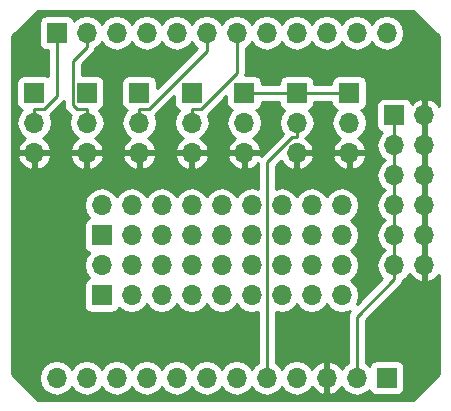
<source format=gbl>
G04 #@! TF.FileFunction,Copper,L2,Bot,Signal*
%FSLAX46Y46*%
G04 Gerber Fmt 4.6, Leading zero omitted, Abs format (unit mm)*
G04 Created by KiCad (PCBNEW 4.0.7-e2-6376~60~ubuntu17.10.1) date Thu Nov  2 21:58:26 2017*
%MOMM*%
%LPD*%
G01*
G04 APERTURE LIST*
%ADD10C,0.100000*%
%ADD11R,1.700000X1.700000*%
%ADD12O,1.700000X1.700000*%
%ADD13C,0.250000*%
%ADD14C,0.254000*%
G04 APERTURE END LIST*
D10*
D11*
X164465000Y-96520000D03*
D12*
X164465000Y-99060000D03*
X164465000Y-101600000D03*
D11*
X148590000Y-91440000D03*
D12*
X151130000Y-91440000D03*
X153670000Y-91440000D03*
X156210000Y-91440000D03*
X158750000Y-91440000D03*
X161290000Y-91440000D03*
X163830000Y-91440000D03*
X166370000Y-91440000D03*
X168910000Y-91440000D03*
X171450000Y-91440000D03*
X173990000Y-91440000D03*
X176530000Y-91440000D03*
D11*
X176530000Y-120650000D03*
D12*
X173990000Y-120650000D03*
X171450000Y-120650000D03*
X168910000Y-120650000D03*
X166370000Y-120650000D03*
X163830000Y-120650000D03*
X161290000Y-120650000D03*
X158750000Y-120650000D03*
X156210000Y-120650000D03*
X153670000Y-120650000D03*
X151130000Y-120650000D03*
X148590000Y-120650000D03*
D11*
X173355000Y-96520000D03*
D12*
X173355000Y-99060000D03*
X173355000Y-101600000D03*
D11*
X168910000Y-96520000D03*
D12*
X168910000Y-99060000D03*
X168910000Y-101600000D03*
D11*
X160020000Y-96520000D03*
D12*
X160020000Y-99060000D03*
X160020000Y-101600000D03*
D11*
X155575000Y-96520000D03*
D12*
X155575000Y-99060000D03*
X155575000Y-101600000D03*
D11*
X146685000Y-96520000D03*
D12*
X146685000Y-99060000D03*
X146685000Y-101600000D03*
D11*
X151130000Y-96520000D03*
D12*
X151130000Y-99060000D03*
X151130000Y-101600000D03*
D11*
X177165000Y-98425000D03*
D12*
X179705000Y-98425000D03*
X177165000Y-100965000D03*
X179705000Y-100965000D03*
X177165000Y-103505000D03*
X179705000Y-103505000D03*
X177165000Y-106045000D03*
X179705000Y-106045000D03*
X177165000Y-108585000D03*
X179705000Y-108585000D03*
X177165000Y-111125000D03*
X179705000Y-111125000D03*
D11*
X152400000Y-108585000D03*
D12*
X152400000Y-106045000D03*
X154940000Y-108585000D03*
X154940000Y-106045000D03*
X157480000Y-108585000D03*
X157480000Y-106045000D03*
X160020000Y-108585000D03*
X160020000Y-106045000D03*
X162560000Y-108585000D03*
X162560000Y-106045000D03*
X165100000Y-108585000D03*
X165100000Y-106045000D03*
X167640000Y-108585000D03*
X167640000Y-106045000D03*
X170180000Y-108585000D03*
X170180000Y-106045000D03*
X172720000Y-108585000D03*
X172720000Y-106045000D03*
D11*
X152400000Y-113665000D03*
D12*
X152400000Y-111125000D03*
X154940000Y-113665000D03*
X154940000Y-111125000D03*
X157480000Y-113665000D03*
X157480000Y-111125000D03*
X160020000Y-113665000D03*
X160020000Y-111125000D03*
X162560000Y-113665000D03*
X162560000Y-111125000D03*
X165100000Y-113665000D03*
X165100000Y-111125000D03*
X167640000Y-113665000D03*
X167640000Y-111125000D03*
X170180000Y-113665000D03*
X170180000Y-111125000D03*
X172720000Y-113665000D03*
X172720000Y-111125000D03*
D13*
X177165000Y-111125000D02*
X177165000Y-108585000D01*
X177165000Y-108585000D02*
X177165000Y-106045000D01*
X177165000Y-106045000D02*
X177165000Y-103505000D01*
X177165000Y-103505000D02*
X177165000Y-100965000D01*
X177165000Y-100965000D02*
X177165000Y-98425000D01*
X173990000Y-115475300D02*
X177165000Y-112300300D01*
X173990000Y-120650000D02*
X173990000Y-115475300D01*
X177165000Y-111125000D02*
X177165000Y-112300300D01*
X173355000Y-96520000D02*
X168910000Y-96520000D01*
X168910000Y-96520000D02*
X164465000Y-96520000D01*
X150321900Y-97884700D02*
X151130000Y-97884700D01*
X149954700Y-97517500D02*
X150321900Y-97884700D01*
X149954700Y-93790600D02*
X149954700Y-97517500D01*
X151130000Y-92615300D02*
X149954700Y-93790600D01*
X151130000Y-91440000D02*
X151130000Y-92615300D01*
X151130000Y-99060000D02*
X151130000Y-97884700D01*
X147493000Y-97884700D02*
X146685000Y-97884700D01*
X148590000Y-96787700D02*
X147493000Y-97884700D01*
X148590000Y-91440000D02*
X148590000Y-96787700D01*
X146685000Y-99060000D02*
X146685000Y-97884700D01*
X156385500Y-97884700D02*
X155575000Y-97884700D01*
X161290000Y-92980200D02*
X156385500Y-97884700D01*
X161290000Y-92615300D02*
X161290000Y-92980200D01*
X161290000Y-91440000D02*
X161290000Y-92615300D01*
X155575000Y-99060000D02*
X155575000Y-97884700D01*
X160828100Y-97884700D02*
X160020000Y-97884700D01*
X163830000Y-94882800D02*
X160828100Y-97884700D01*
X163830000Y-92615300D02*
X163830000Y-94882800D01*
X163830000Y-91440000D02*
X163830000Y-92615300D01*
X160020000Y-99060000D02*
X160020000Y-97884700D01*
X168542700Y-100235300D02*
X168910000Y-100235300D01*
X166370000Y-102408000D02*
X168542700Y-100235300D01*
X166370000Y-120650000D02*
X166370000Y-102408000D01*
X168910000Y-99060000D02*
X168910000Y-100235300D01*
D14*
G36*
X180925000Y-91723736D02*
X180925000Y-97601406D01*
X180586358Y-97229817D01*
X180061892Y-96983514D01*
X179832000Y-97104181D01*
X179832000Y-98298000D01*
X179852000Y-98298000D01*
X179852000Y-98552000D01*
X179832000Y-98552000D01*
X179832000Y-100838000D01*
X179852000Y-100838000D01*
X179852000Y-101092000D01*
X179832000Y-101092000D01*
X179832000Y-103378000D01*
X179852000Y-103378000D01*
X179852000Y-103632000D01*
X179832000Y-103632000D01*
X179832000Y-105918000D01*
X179852000Y-105918000D01*
X179852000Y-106172000D01*
X179832000Y-106172000D01*
X179832000Y-108458000D01*
X179852000Y-108458000D01*
X179852000Y-108712000D01*
X179832000Y-108712000D01*
X179832000Y-110998000D01*
X179852000Y-110998000D01*
X179852000Y-111252000D01*
X179832000Y-111252000D01*
X179832000Y-112445819D01*
X180061892Y-112566486D01*
X180586358Y-112320183D01*
X180925000Y-111948594D01*
X180925000Y-120366264D01*
X178786264Y-122505000D01*
X146968736Y-122505000D01*
X144830000Y-120366264D01*
X144830000Y-101956890D01*
X145243524Y-101956890D01*
X145413355Y-102366924D01*
X145803642Y-102795183D01*
X146328108Y-103041486D01*
X146558000Y-102920819D01*
X146558000Y-101727000D01*
X146812000Y-101727000D01*
X146812000Y-102920819D01*
X147041892Y-103041486D01*
X147566358Y-102795183D01*
X147956645Y-102366924D01*
X148126476Y-101956890D01*
X149688524Y-101956890D01*
X149858355Y-102366924D01*
X150248642Y-102795183D01*
X150773108Y-103041486D01*
X151003000Y-102920819D01*
X151003000Y-101727000D01*
X151257000Y-101727000D01*
X151257000Y-102920819D01*
X151486892Y-103041486D01*
X152011358Y-102795183D01*
X152401645Y-102366924D01*
X152571476Y-101956890D01*
X154133524Y-101956890D01*
X154303355Y-102366924D01*
X154693642Y-102795183D01*
X155218108Y-103041486D01*
X155448000Y-102920819D01*
X155448000Y-101727000D01*
X155702000Y-101727000D01*
X155702000Y-102920819D01*
X155931892Y-103041486D01*
X156456358Y-102795183D01*
X156846645Y-102366924D01*
X157016476Y-101956890D01*
X158578524Y-101956890D01*
X158748355Y-102366924D01*
X159138642Y-102795183D01*
X159663108Y-103041486D01*
X159893000Y-102920819D01*
X159893000Y-101727000D01*
X160147000Y-101727000D01*
X160147000Y-102920819D01*
X160376892Y-103041486D01*
X160901358Y-102795183D01*
X161291645Y-102366924D01*
X161461476Y-101956890D01*
X163023524Y-101956890D01*
X163193355Y-102366924D01*
X163583642Y-102795183D01*
X164108108Y-103041486D01*
X164338000Y-102920819D01*
X164338000Y-101727000D01*
X163144845Y-101727000D01*
X163023524Y-101956890D01*
X161461476Y-101956890D01*
X161340155Y-101727000D01*
X160147000Y-101727000D01*
X159893000Y-101727000D01*
X158699845Y-101727000D01*
X158578524Y-101956890D01*
X157016476Y-101956890D01*
X156895155Y-101727000D01*
X155702000Y-101727000D01*
X155448000Y-101727000D01*
X154254845Y-101727000D01*
X154133524Y-101956890D01*
X152571476Y-101956890D01*
X152450155Y-101727000D01*
X151257000Y-101727000D01*
X151003000Y-101727000D01*
X149809845Y-101727000D01*
X149688524Y-101956890D01*
X148126476Y-101956890D01*
X148005155Y-101727000D01*
X146812000Y-101727000D01*
X146558000Y-101727000D01*
X145364845Y-101727000D01*
X145243524Y-101956890D01*
X144830000Y-101956890D01*
X144830000Y-99060000D01*
X145170907Y-99060000D01*
X145283946Y-99628285D01*
X145605853Y-100110054D01*
X145946553Y-100337702D01*
X145803642Y-100404817D01*
X145413355Y-100833076D01*
X145243524Y-101243110D01*
X145364845Y-101473000D01*
X146558000Y-101473000D01*
X146558000Y-101453000D01*
X146812000Y-101453000D01*
X146812000Y-101473000D01*
X148005155Y-101473000D01*
X148126476Y-101243110D01*
X147956645Y-100833076D01*
X147566358Y-100404817D01*
X147423447Y-100337702D01*
X147764147Y-100110054D01*
X148086054Y-99628285D01*
X148199093Y-99060000D01*
X148086054Y-98491715D01*
X148035879Y-98416623D01*
X149127401Y-97325101D01*
X149194700Y-97224381D01*
X149194700Y-97517500D01*
X149252552Y-97808339D01*
X149417299Y-98054901D01*
X149779081Y-98416683D01*
X149728946Y-98491715D01*
X149615907Y-99060000D01*
X149728946Y-99628285D01*
X150050853Y-100110054D01*
X150391553Y-100337702D01*
X150248642Y-100404817D01*
X149858355Y-100833076D01*
X149688524Y-101243110D01*
X149809845Y-101473000D01*
X151003000Y-101473000D01*
X151003000Y-101453000D01*
X151257000Y-101453000D01*
X151257000Y-101473000D01*
X152450155Y-101473000D01*
X152571476Y-101243110D01*
X152401645Y-100833076D01*
X152011358Y-100404817D01*
X151868447Y-100337702D01*
X152209147Y-100110054D01*
X152531054Y-99628285D01*
X152644093Y-99060000D01*
X152531054Y-98491715D01*
X152209147Y-98009946D01*
X152167548Y-97982150D01*
X152215317Y-97973162D01*
X152431441Y-97834090D01*
X152576431Y-97621890D01*
X152627440Y-97370000D01*
X152627440Y-95670000D01*
X152583162Y-95434683D01*
X152444090Y-95218559D01*
X152231890Y-95073569D01*
X151980000Y-95022560D01*
X150714700Y-95022560D01*
X150714700Y-94105402D01*
X151667401Y-93152701D01*
X151832148Y-92906140D01*
X151867598Y-92727923D01*
X152180054Y-92519147D01*
X152400000Y-92189974D01*
X152619946Y-92519147D01*
X153101715Y-92841054D01*
X153670000Y-92954093D01*
X154238285Y-92841054D01*
X154720054Y-92519147D01*
X154940000Y-92189974D01*
X155159946Y-92519147D01*
X155641715Y-92841054D01*
X156210000Y-92954093D01*
X156778285Y-92841054D01*
X157260054Y-92519147D01*
X157480000Y-92189974D01*
X157699946Y-92519147D01*
X158181715Y-92841054D01*
X158750000Y-92954093D01*
X159318285Y-92841054D01*
X159800054Y-92519147D01*
X160020000Y-92189974D01*
X160239946Y-92519147D01*
X160501492Y-92693906D01*
X157072440Y-96122958D01*
X157072440Y-95670000D01*
X157028162Y-95434683D01*
X156889090Y-95218559D01*
X156676890Y-95073569D01*
X156425000Y-95022560D01*
X154725000Y-95022560D01*
X154489683Y-95066838D01*
X154273559Y-95205910D01*
X154128569Y-95418110D01*
X154077560Y-95670000D01*
X154077560Y-97370000D01*
X154121838Y-97605317D01*
X154260910Y-97821441D01*
X154473110Y-97966431D01*
X154540541Y-97980086D01*
X154495853Y-98009946D01*
X154173946Y-98491715D01*
X154060907Y-99060000D01*
X154173946Y-99628285D01*
X154495853Y-100110054D01*
X154836553Y-100337702D01*
X154693642Y-100404817D01*
X154303355Y-100833076D01*
X154133524Y-101243110D01*
X154254845Y-101473000D01*
X155448000Y-101473000D01*
X155448000Y-101453000D01*
X155702000Y-101453000D01*
X155702000Y-101473000D01*
X156895155Y-101473000D01*
X157016476Y-101243110D01*
X156846645Y-100833076D01*
X156456358Y-100404817D01*
X156313447Y-100337702D01*
X156654147Y-100110054D01*
X156976054Y-99628285D01*
X157089093Y-99060000D01*
X156976054Y-98491715D01*
X156926881Y-98418121D01*
X158522560Y-96822442D01*
X158522560Y-97370000D01*
X158566838Y-97605317D01*
X158705910Y-97821441D01*
X158918110Y-97966431D01*
X158985541Y-97980086D01*
X158940853Y-98009946D01*
X158618946Y-98491715D01*
X158505907Y-99060000D01*
X158618946Y-99628285D01*
X158940853Y-100110054D01*
X159281553Y-100337702D01*
X159138642Y-100404817D01*
X158748355Y-100833076D01*
X158578524Y-101243110D01*
X158699845Y-101473000D01*
X159893000Y-101473000D01*
X159893000Y-101453000D01*
X160147000Y-101453000D01*
X160147000Y-101473000D01*
X161340155Y-101473000D01*
X161461476Y-101243110D01*
X161291645Y-100833076D01*
X160901358Y-100404817D01*
X160758447Y-100337702D01*
X161099147Y-100110054D01*
X161421054Y-99628285D01*
X161534093Y-99060000D01*
X161421054Y-98491715D01*
X161370919Y-98416683D01*
X162967560Y-96820042D01*
X162967560Y-97370000D01*
X163011838Y-97605317D01*
X163150910Y-97821441D01*
X163363110Y-97966431D01*
X163430541Y-97980086D01*
X163385853Y-98009946D01*
X163063946Y-98491715D01*
X162950907Y-99060000D01*
X163063946Y-99628285D01*
X163385853Y-100110054D01*
X163726553Y-100337702D01*
X163583642Y-100404817D01*
X163193355Y-100833076D01*
X163023524Y-101243110D01*
X163144845Y-101473000D01*
X164338000Y-101473000D01*
X164338000Y-101453000D01*
X164592000Y-101453000D01*
X164592000Y-101473000D01*
X165785155Y-101473000D01*
X165906476Y-101243110D01*
X165736645Y-100833076D01*
X165346358Y-100404817D01*
X165203447Y-100337702D01*
X165544147Y-100110054D01*
X165866054Y-99628285D01*
X165979093Y-99060000D01*
X165866054Y-98491715D01*
X165544147Y-98009946D01*
X165502548Y-97982150D01*
X165550317Y-97973162D01*
X165766441Y-97834090D01*
X165911431Y-97621890D01*
X165962440Y-97370000D01*
X165962440Y-97280000D01*
X167412560Y-97280000D01*
X167412560Y-97370000D01*
X167456838Y-97605317D01*
X167595910Y-97821441D01*
X167808110Y-97966431D01*
X167875541Y-97980086D01*
X167830853Y-98009946D01*
X167508946Y-98491715D01*
X167395907Y-99060000D01*
X167508946Y-99628285D01*
X167735640Y-99967558D01*
X165851148Y-101852050D01*
X165785155Y-101727000D01*
X164592000Y-101727000D01*
X164592000Y-102920819D01*
X164821892Y-103041486D01*
X165346358Y-102795183D01*
X165610000Y-102505891D01*
X165610000Y-104632352D01*
X165100000Y-104530907D01*
X164531715Y-104643946D01*
X164049946Y-104965853D01*
X163830000Y-105295026D01*
X163610054Y-104965853D01*
X163128285Y-104643946D01*
X162560000Y-104530907D01*
X161991715Y-104643946D01*
X161509946Y-104965853D01*
X161290000Y-105295026D01*
X161070054Y-104965853D01*
X160588285Y-104643946D01*
X160020000Y-104530907D01*
X159451715Y-104643946D01*
X158969946Y-104965853D01*
X158750000Y-105295026D01*
X158530054Y-104965853D01*
X158048285Y-104643946D01*
X157480000Y-104530907D01*
X156911715Y-104643946D01*
X156429946Y-104965853D01*
X156210000Y-105295026D01*
X155990054Y-104965853D01*
X155508285Y-104643946D01*
X154940000Y-104530907D01*
X154371715Y-104643946D01*
X153889946Y-104965853D01*
X153670000Y-105295026D01*
X153450054Y-104965853D01*
X152968285Y-104643946D01*
X152400000Y-104530907D01*
X151831715Y-104643946D01*
X151349946Y-104965853D01*
X151028039Y-105447622D01*
X150915000Y-106015907D01*
X150915000Y-106074093D01*
X151028039Y-106642378D01*
X151349946Y-107124147D01*
X151351179Y-107124971D01*
X151314683Y-107131838D01*
X151098559Y-107270910D01*
X150953569Y-107483110D01*
X150902560Y-107735000D01*
X150902560Y-109435000D01*
X150946838Y-109670317D01*
X151085910Y-109886441D01*
X151298110Y-110031431D01*
X151354454Y-110042841D01*
X151349946Y-110045853D01*
X151028039Y-110527622D01*
X150915000Y-111095907D01*
X150915000Y-111154093D01*
X151028039Y-111722378D01*
X151349946Y-112204147D01*
X151351179Y-112204971D01*
X151314683Y-112211838D01*
X151098559Y-112350910D01*
X150953569Y-112563110D01*
X150902560Y-112815000D01*
X150902560Y-114515000D01*
X150946838Y-114750317D01*
X151085910Y-114966441D01*
X151298110Y-115111431D01*
X151550000Y-115162440D01*
X153250000Y-115162440D01*
X153485317Y-115118162D01*
X153701441Y-114979090D01*
X153846431Y-114766890D01*
X153860086Y-114699459D01*
X153889946Y-114744147D01*
X154371715Y-115066054D01*
X154940000Y-115179093D01*
X155508285Y-115066054D01*
X155990054Y-114744147D01*
X156210000Y-114414974D01*
X156429946Y-114744147D01*
X156911715Y-115066054D01*
X157480000Y-115179093D01*
X158048285Y-115066054D01*
X158530054Y-114744147D01*
X158750000Y-114414974D01*
X158969946Y-114744147D01*
X159451715Y-115066054D01*
X160020000Y-115179093D01*
X160588285Y-115066054D01*
X161070054Y-114744147D01*
X161290000Y-114414974D01*
X161509946Y-114744147D01*
X161991715Y-115066054D01*
X162560000Y-115179093D01*
X163128285Y-115066054D01*
X163610054Y-114744147D01*
X163830000Y-114414974D01*
X164049946Y-114744147D01*
X164531715Y-115066054D01*
X165100000Y-115179093D01*
X165610000Y-115077648D01*
X165610000Y-119377046D01*
X165319946Y-119570853D01*
X165100000Y-119900026D01*
X164880054Y-119570853D01*
X164398285Y-119248946D01*
X163830000Y-119135907D01*
X163261715Y-119248946D01*
X162779946Y-119570853D01*
X162560000Y-119900026D01*
X162340054Y-119570853D01*
X161858285Y-119248946D01*
X161290000Y-119135907D01*
X160721715Y-119248946D01*
X160239946Y-119570853D01*
X160020000Y-119900026D01*
X159800054Y-119570853D01*
X159318285Y-119248946D01*
X158750000Y-119135907D01*
X158181715Y-119248946D01*
X157699946Y-119570853D01*
X157480000Y-119900026D01*
X157260054Y-119570853D01*
X156778285Y-119248946D01*
X156210000Y-119135907D01*
X155641715Y-119248946D01*
X155159946Y-119570853D01*
X154940000Y-119900026D01*
X154720054Y-119570853D01*
X154238285Y-119248946D01*
X153670000Y-119135907D01*
X153101715Y-119248946D01*
X152619946Y-119570853D01*
X152400000Y-119900026D01*
X152180054Y-119570853D01*
X151698285Y-119248946D01*
X151130000Y-119135907D01*
X150561715Y-119248946D01*
X150079946Y-119570853D01*
X149860000Y-119900026D01*
X149640054Y-119570853D01*
X149158285Y-119248946D01*
X148590000Y-119135907D01*
X148021715Y-119248946D01*
X147539946Y-119570853D01*
X147218039Y-120052622D01*
X147105000Y-120620907D01*
X147105000Y-120679093D01*
X147218039Y-121247378D01*
X147539946Y-121729147D01*
X148021715Y-122051054D01*
X148590000Y-122164093D01*
X149158285Y-122051054D01*
X149640054Y-121729147D01*
X149860000Y-121399974D01*
X150079946Y-121729147D01*
X150561715Y-122051054D01*
X151130000Y-122164093D01*
X151698285Y-122051054D01*
X152180054Y-121729147D01*
X152400000Y-121399974D01*
X152619946Y-121729147D01*
X153101715Y-122051054D01*
X153670000Y-122164093D01*
X154238285Y-122051054D01*
X154720054Y-121729147D01*
X154940000Y-121399974D01*
X155159946Y-121729147D01*
X155641715Y-122051054D01*
X156210000Y-122164093D01*
X156778285Y-122051054D01*
X157260054Y-121729147D01*
X157480000Y-121399974D01*
X157699946Y-121729147D01*
X158181715Y-122051054D01*
X158750000Y-122164093D01*
X159318285Y-122051054D01*
X159800054Y-121729147D01*
X160020000Y-121399974D01*
X160239946Y-121729147D01*
X160721715Y-122051054D01*
X161290000Y-122164093D01*
X161858285Y-122051054D01*
X162340054Y-121729147D01*
X162560000Y-121399974D01*
X162779946Y-121729147D01*
X163261715Y-122051054D01*
X163830000Y-122164093D01*
X164398285Y-122051054D01*
X164880054Y-121729147D01*
X165100000Y-121399974D01*
X165319946Y-121729147D01*
X165801715Y-122051054D01*
X166370000Y-122164093D01*
X166938285Y-122051054D01*
X167420054Y-121729147D01*
X167640000Y-121399974D01*
X167859946Y-121729147D01*
X168341715Y-122051054D01*
X168910000Y-122164093D01*
X169478285Y-122051054D01*
X169960054Y-121729147D01*
X170187702Y-121388447D01*
X170254817Y-121531358D01*
X170683076Y-121921645D01*
X171093110Y-122091476D01*
X171323000Y-121970155D01*
X171323000Y-120777000D01*
X171303000Y-120777000D01*
X171303000Y-120523000D01*
X171323000Y-120523000D01*
X171323000Y-119329845D01*
X171093110Y-119208524D01*
X170683076Y-119378355D01*
X170254817Y-119768642D01*
X170187702Y-119911553D01*
X169960054Y-119570853D01*
X169478285Y-119248946D01*
X168910000Y-119135907D01*
X168341715Y-119248946D01*
X167859946Y-119570853D01*
X167640000Y-119900026D01*
X167420054Y-119570853D01*
X167130000Y-119377046D01*
X167130000Y-115077648D01*
X167640000Y-115179093D01*
X168208285Y-115066054D01*
X168690054Y-114744147D01*
X168910000Y-114414974D01*
X169129946Y-114744147D01*
X169611715Y-115066054D01*
X170180000Y-115179093D01*
X170748285Y-115066054D01*
X171230054Y-114744147D01*
X171450000Y-114414974D01*
X171669946Y-114744147D01*
X172151715Y-115066054D01*
X172720000Y-115179093D01*
X173288285Y-115066054D01*
X173430432Y-114971075D01*
X173287852Y-115184461D01*
X173230000Y-115475300D01*
X173230000Y-119377046D01*
X172939946Y-119570853D01*
X172712298Y-119911553D01*
X172645183Y-119768642D01*
X172216924Y-119378355D01*
X171806890Y-119208524D01*
X171577000Y-119329845D01*
X171577000Y-120523000D01*
X171597000Y-120523000D01*
X171597000Y-120777000D01*
X171577000Y-120777000D01*
X171577000Y-121970155D01*
X171806890Y-122091476D01*
X172216924Y-121921645D01*
X172645183Y-121531358D01*
X172712298Y-121388447D01*
X172939946Y-121729147D01*
X173421715Y-122051054D01*
X173990000Y-122164093D01*
X174558285Y-122051054D01*
X175040054Y-121729147D01*
X175067850Y-121687548D01*
X175076838Y-121735317D01*
X175215910Y-121951441D01*
X175428110Y-122096431D01*
X175680000Y-122147440D01*
X177380000Y-122147440D01*
X177615317Y-122103162D01*
X177831441Y-121964090D01*
X177976431Y-121751890D01*
X178027440Y-121500000D01*
X178027440Y-119800000D01*
X177983162Y-119564683D01*
X177844090Y-119348559D01*
X177631890Y-119203569D01*
X177380000Y-119152560D01*
X175680000Y-119152560D01*
X175444683Y-119196838D01*
X175228559Y-119335910D01*
X175083569Y-119548110D01*
X175069914Y-119615541D01*
X175040054Y-119570853D01*
X174750000Y-119377046D01*
X174750000Y-115790102D01*
X177702401Y-112837701D01*
X177867148Y-112591139D01*
X177904812Y-112401790D01*
X178244147Y-112175054D01*
X178433345Y-111891899D01*
X178433355Y-111891924D01*
X178823642Y-112320183D01*
X179348108Y-112566486D01*
X179578000Y-112445819D01*
X179578000Y-111252000D01*
X179558000Y-111252000D01*
X179558000Y-110998000D01*
X179578000Y-110998000D01*
X179578000Y-108712000D01*
X179558000Y-108712000D01*
X179558000Y-108458000D01*
X179578000Y-108458000D01*
X179578000Y-106172000D01*
X179558000Y-106172000D01*
X179558000Y-105918000D01*
X179578000Y-105918000D01*
X179578000Y-103632000D01*
X179558000Y-103632000D01*
X179558000Y-103378000D01*
X179578000Y-103378000D01*
X179578000Y-101092000D01*
X179558000Y-101092000D01*
X179558000Y-100838000D01*
X179578000Y-100838000D01*
X179578000Y-98552000D01*
X179558000Y-98552000D01*
X179558000Y-98298000D01*
X179578000Y-98298000D01*
X179578000Y-97104181D01*
X179348108Y-96983514D01*
X178823642Y-97229817D01*
X178636192Y-97435504D01*
X178618162Y-97339683D01*
X178479090Y-97123559D01*
X178266890Y-96978569D01*
X178015000Y-96927560D01*
X176315000Y-96927560D01*
X176079683Y-96971838D01*
X175863559Y-97110910D01*
X175718569Y-97323110D01*
X175667560Y-97575000D01*
X175667560Y-99275000D01*
X175711838Y-99510317D01*
X175850910Y-99726441D01*
X176063110Y-99871431D01*
X176130541Y-99885086D01*
X176085853Y-99914946D01*
X175763946Y-100396715D01*
X175650907Y-100965000D01*
X175763946Y-101533285D01*
X176085853Y-102015054D01*
X176405000Y-102228301D01*
X176405000Y-102241699D01*
X176085853Y-102454946D01*
X175763946Y-102936715D01*
X175650907Y-103505000D01*
X175763946Y-104073285D01*
X176085853Y-104555054D01*
X176405000Y-104768301D01*
X176405000Y-104781699D01*
X176085853Y-104994946D01*
X175763946Y-105476715D01*
X175650907Y-106045000D01*
X175763946Y-106613285D01*
X176085853Y-107095054D01*
X176405000Y-107308301D01*
X176405000Y-107321699D01*
X176085853Y-107534946D01*
X175763946Y-108016715D01*
X175650907Y-108585000D01*
X175763946Y-109153285D01*
X176085853Y-109635054D01*
X176405000Y-109848301D01*
X176405000Y-109861699D01*
X176085853Y-110074946D01*
X175763946Y-110556715D01*
X175650907Y-111125000D01*
X175763946Y-111693285D01*
X176085853Y-112175054D01*
X176163537Y-112226961D01*
X174019149Y-114371349D01*
X174091961Y-114262378D01*
X174205000Y-113694093D01*
X174205000Y-113635907D01*
X174091961Y-113067622D01*
X173770054Y-112585853D01*
X173484422Y-112395000D01*
X173770054Y-112204147D01*
X174091961Y-111722378D01*
X174205000Y-111154093D01*
X174205000Y-111095907D01*
X174091961Y-110527622D01*
X173770054Y-110045853D01*
X173484422Y-109855000D01*
X173770054Y-109664147D01*
X174091961Y-109182378D01*
X174205000Y-108614093D01*
X174205000Y-108555907D01*
X174091961Y-107987622D01*
X173770054Y-107505853D01*
X173484422Y-107315000D01*
X173770054Y-107124147D01*
X174091961Y-106642378D01*
X174205000Y-106074093D01*
X174205000Y-106015907D01*
X174091961Y-105447622D01*
X173770054Y-104965853D01*
X173288285Y-104643946D01*
X172720000Y-104530907D01*
X172151715Y-104643946D01*
X171669946Y-104965853D01*
X171450000Y-105295026D01*
X171230054Y-104965853D01*
X170748285Y-104643946D01*
X170180000Y-104530907D01*
X169611715Y-104643946D01*
X169129946Y-104965853D01*
X168910000Y-105295026D01*
X168690054Y-104965853D01*
X168208285Y-104643946D01*
X167640000Y-104530907D01*
X167130000Y-104632352D01*
X167130000Y-102722802D01*
X167593697Y-102259105D01*
X167638355Y-102366924D01*
X168028642Y-102795183D01*
X168553108Y-103041486D01*
X168783000Y-102920819D01*
X168783000Y-101727000D01*
X169037000Y-101727000D01*
X169037000Y-102920819D01*
X169266892Y-103041486D01*
X169791358Y-102795183D01*
X170181645Y-102366924D01*
X170351476Y-101956890D01*
X171913524Y-101956890D01*
X172083355Y-102366924D01*
X172473642Y-102795183D01*
X172998108Y-103041486D01*
X173228000Y-102920819D01*
X173228000Y-101727000D01*
X173482000Y-101727000D01*
X173482000Y-102920819D01*
X173711892Y-103041486D01*
X174236358Y-102795183D01*
X174626645Y-102366924D01*
X174796476Y-101956890D01*
X174675155Y-101727000D01*
X173482000Y-101727000D01*
X173228000Y-101727000D01*
X172034845Y-101727000D01*
X171913524Y-101956890D01*
X170351476Y-101956890D01*
X170230155Y-101727000D01*
X169037000Y-101727000D01*
X168783000Y-101727000D01*
X168763000Y-101727000D01*
X168763000Y-101473000D01*
X168783000Y-101473000D01*
X168783000Y-101453000D01*
X169037000Y-101453000D01*
X169037000Y-101473000D01*
X170230155Y-101473000D01*
X170351476Y-101243110D01*
X170181645Y-100833076D01*
X169791358Y-100404817D01*
X169649530Y-100338211D01*
X169649812Y-100336790D01*
X169989147Y-100110054D01*
X170311054Y-99628285D01*
X170424093Y-99060000D01*
X170311054Y-98491715D01*
X169989147Y-98009946D01*
X169947548Y-97982150D01*
X169995317Y-97973162D01*
X170211441Y-97834090D01*
X170356431Y-97621890D01*
X170407440Y-97370000D01*
X170407440Y-97280000D01*
X171857560Y-97280000D01*
X171857560Y-97370000D01*
X171901838Y-97605317D01*
X172040910Y-97821441D01*
X172253110Y-97966431D01*
X172320541Y-97980086D01*
X172275853Y-98009946D01*
X171953946Y-98491715D01*
X171840907Y-99060000D01*
X171953946Y-99628285D01*
X172275853Y-100110054D01*
X172616553Y-100337702D01*
X172473642Y-100404817D01*
X172083355Y-100833076D01*
X171913524Y-101243110D01*
X172034845Y-101473000D01*
X173228000Y-101473000D01*
X173228000Y-101453000D01*
X173482000Y-101453000D01*
X173482000Y-101473000D01*
X174675155Y-101473000D01*
X174796476Y-101243110D01*
X174626645Y-100833076D01*
X174236358Y-100404817D01*
X174093447Y-100337702D01*
X174434147Y-100110054D01*
X174756054Y-99628285D01*
X174869093Y-99060000D01*
X174756054Y-98491715D01*
X174434147Y-98009946D01*
X174392548Y-97982150D01*
X174440317Y-97973162D01*
X174656441Y-97834090D01*
X174801431Y-97621890D01*
X174852440Y-97370000D01*
X174852440Y-95670000D01*
X174808162Y-95434683D01*
X174669090Y-95218559D01*
X174456890Y-95073569D01*
X174205000Y-95022560D01*
X172505000Y-95022560D01*
X172269683Y-95066838D01*
X172053559Y-95205910D01*
X171908569Y-95418110D01*
X171857560Y-95670000D01*
X171857560Y-95760000D01*
X170407440Y-95760000D01*
X170407440Y-95670000D01*
X170363162Y-95434683D01*
X170224090Y-95218559D01*
X170011890Y-95073569D01*
X169760000Y-95022560D01*
X168060000Y-95022560D01*
X167824683Y-95066838D01*
X167608559Y-95205910D01*
X167463569Y-95418110D01*
X167412560Y-95670000D01*
X167412560Y-95760000D01*
X165962440Y-95760000D01*
X165962440Y-95670000D01*
X165918162Y-95434683D01*
X165779090Y-95218559D01*
X165566890Y-95073569D01*
X165315000Y-95022560D01*
X164562200Y-95022560D01*
X164590000Y-94882800D01*
X164590000Y-92712954D01*
X164880054Y-92519147D01*
X165100000Y-92189974D01*
X165319946Y-92519147D01*
X165801715Y-92841054D01*
X166370000Y-92954093D01*
X166938285Y-92841054D01*
X167420054Y-92519147D01*
X167640000Y-92189974D01*
X167859946Y-92519147D01*
X168341715Y-92841054D01*
X168910000Y-92954093D01*
X169478285Y-92841054D01*
X169960054Y-92519147D01*
X170180000Y-92189974D01*
X170399946Y-92519147D01*
X170881715Y-92841054D01*
X171450000Y-92954093D01*
X172018285Y-92841054D01*
X172500054Y-92519147D01*
X172720000Y-92189974D01*
X172939946Y-92519147D01*
X173421715Y-92841054D01*
X173990000Y-92954093D01*
X174558285Y-92841054D01*
X175040054Y-92519147D01*
X175260000Y-92189974D01*
X175479946Y-92519147D01*
X175961715Y-92841054D01*
X176530000Y-92954093D01*
X177098285Y-92841054D01*
X177580054Y-92519147D01*
X177901961Y-92037378D01*
X178015000Y-91469093D01*
X178015000Y-91410907D01*
X177901961Y-90842622D01*
X177580054Y-90360853D01*
X177098285Y-90038946D01*
X176530000Y-89925907D01*
X175961715Y-90038946D01*
X175479946Y-90360853D01*
X175260000Y-90690026D01*
X175040054Y-90360853D01*
X174558285Y-90038946D01*
X173990000Y-89925907D01*
X173421715Y-90038946D01*
X172939946Y-90360853D01*
X172720000Y-90690026D01*
X172500054Y-90360853D01*
X172018285Y-90038946D01*
X171450000Y-89925907D01*
X170881715Y-90038946D01*
X170399946Y-90360853D01*
X170180000Y-90690026D01*
X169960054Y-90360853D01*
X169478285Y-90038946D01*
X168910000Y-89925907D01*
X168341715Y-90038946D01*
X167859946Y-90360853D01*
X167640000Y-90690026D01*
X167420054Y-90360853D01*
X166938285Y-90038946D01*
X166370000Y-89925907D01*
X165801715Y-90038946D01*
X165319946Y-90360853D01*
X165100000Y-90690026D01*
X164880054Y-90360853D01*
X164398285Y-90038946D01*
X163830000Y-89925907D01*
X163261715Y-90038946D01*
X162779946Y-90360853D01*
X162560000Y-90690026D01*
X162340054Y-90360853D01*
X161858285Y-90038946D01*
X161290000Y-89925907D01*
X160721715Y-90038946D01*
X160239946Y-90360853D01*
X160020000Y-90690026D01*
X159800054Y-90360853D01*
X159318285Y-90038946D01*
X158750000Y-89925907D01*
X158181715Y-90038946D01*
X157699946Y-90360853D01*
X157480000Y-90690026D01*
X157260054Y-90360853D01*
X156778285Y-90038946D01*
X156210000Y-89925907D01*
X155641715Y-90038946D01*
X155159946Y-90360853D01*
X154940000Y-90690026D01*
X154720054Y-90360853D01*
X154238285Y-90038946D01*
X153670000Y-89925907D01*
X153101715Y-90038946D01*
X152619946Y-90360853D01*
X152400000Y-90690026D01*
X152180054Y-90360853D01*
X151698285Y-90038946D01*
X151130000Y-89925907D01*
X150561715Y-90038946D01*
X150079946Y-90360853D01*
X150052150Y-90402452D01*
X150043162Y-90354683D01*
X149904090Y-90138559D01*
X149691890Y-89993569D01*
X149440000Y-89942560D01*
X147740000Y-89942560D01*
X147504683Y-89986838D01*
X147288559Y-90125910D01*
X147143569Y-90338110D01*
X147092560Y-90590000D01*
X147092560Y-92290000D01*
X147136838Y-92525317D01*
X147275910Y-92741441D01*
X147488110Y-92886431D01*
X147740000Y-92937440D01*
X147830000Y-92937440D01*
X147830000Y-95103025D01*
X147786890Y-95073569D01*
X147535000Y-95022560D01*
X145835000Y-95022560D01*
X145599683Y-95066838D01*
X145383559Y-95205910D01*
X145238569Y-95418110D01*
X145187560Y-95670000D01*
X145187560Y-97370000D01*
X145231838Y-97605317D01*
X145370910Y-97821441D01*
X145583110Y-97966431D01*
X145650541Y-97980086D01*
X145605853Y-98009946D01*
X145283946Y-98491715D01*
X145170907Y-99060000D01*
X144830000Y-99060000D01*
X144830000Y-91723736D01*
X146968736Y-89585000D01*
X178786264Y-89585000D01*
X180925000Y-91723736D01*
X180925000Y-91723736D01*
G37*
X180925000Y-91723736D02*
X180925000Y-97601406D01*
X180586358Y-97229817D01*
X180061892Y-96983514D01*
X179832000Y-97104181D01*
X179832000Y-98298000D01*
X179852000Y-98298000D01*
X179852000Y-98552000D01*
X179832000Y-98552000D01*
X179832000Y-100838000D01*
X179852000Y-100838000D01*
X179852000Y-101092000D01*
X179832000Y-101092000D01*
X179832000Y-103378000D01*
X179852000Y-103378000D01*
X179852000Y-103632000D01*
X179832000Y-103632000D01*
X179832000Y-105918000D01*
X179852000Y-105918000D01*
X179852000Y-106172000D01*
X179832000Y-106172000D01*
X179832000Y-108458000D01*
X179852000Y-108458000D01*
X179852000Y-108712000D01*
X179832000Y-108712000D01*
X179832000Y-110998000D01*
X179852000Y-110998000D01*
X179852000Y-111252000D01*
X179832000Y-111252000D01*
X179832000Y-112445819D01*
X180061892Y-112566486D01*
X180586358Y-112320183D01*
X180925000Y-111948594D01*
X180925000Y-120366264D01*
X178786264Y-122505000D01*
X146968736Y-122505000D01*
X144830000Y-120366264D01*
X144830000Y-101956890D01*
X145243524Y-101956890D01*
X145413355Y-102366924D01*
X145803642Y-102795183D01*
X146328108Y-103041486D01*
X146558000Y-102920819D01*
X146558000Y-101727000D01*
X146812000Y-101727000D01*
X146812000Y-102920819D01*
X147041892Y-103041486D01*
X147566358Y-102795183D01*
X147956645Y-102366924D01*
X148126476Y-101956890D01*
X149688524Y-101956890D01*
X149858355Y-102366924D01*
X150248642Y-102795183D01*
X150773108Y-103041486D01*
X151003000Y-102920819D01*
X151003000Y-101727000D01*
X151257000Y-101727000D01*
X151257000Y-102920819D01*
X151486892Y-103041486D01*
X152011358Y-102795183D01*
X152401645Y-102366924D01*
X152571476Y-101956890D01*
X154133524Y-101956890D01*
X154303355Y-102366924D01*
X154693642Y-102795183D01*
X155218108Y-103041486D01*
X155448000Y-102920819D01*
X155448000Y-101727000D01*
X155702000Y-101727000D01*
X155702000Y-102920819D01*
X155931892Y-103041486D01*
X156456358Y-102795183D01*
X156846645Y-102366924D01*
X157016476Y-101956890D01*
X158578524Y-101956890D01*
X158748355Y-102366924D01*
X159138642Y-102795183D01*
X159663108Y-103041486D01*
X159893000Y-102920819D01*
X159893000Y-101727000D01*
X160147000Y-101727000D01*
X160147000Y-102920819D01*
X160376892Y-103041486D01*
X160901358Y-102795183D01*
X161291645Y-102366924D01*
X161461476Y-101956890D01*
X163023524Y-101956890D01*
X163193355Y-102366924D01*
X163583642Y-102795183D01*
X164108108Y-103041486D01*
X164338000Y-102920819D01*
X164338000Y-101727000D01*
X163144845Y-101727000D01*
X163023524Y-101956890D01*
X161461476Y-101956890D01*
X161340155Y-101727000D01*
X160147000Y-101727000D01*
X159893000Y-101727000D01*
X158699845Y-101727000D01*
X158578524Y-101956890D01*
X157016476Y-101956890D01*
X156895155Y-101727000D01*
X155702000Y-101727000D01*
X155448000Y-101727000D01*
X154254845Y-101727000D01*
X154133524Y-101956890D01*
X152571476Y-101956890D01*
X152450155Y-101727000D01*
X151257000Y-101727000D01*
X151003000Y-101727000D01*
X149809845Y-101727000D01*
X149688524Y-101956890D01*
X148126476Y-101956890D01*
X148005155Y-101727000D01*
X146812000Y-101727000D01*
X146558000Y-101727000D01*
X145364845Y-101727000D01*
X145243524Y-101956890D01*
X144830000Y-101956890D01*
X144830000Y-99060000D01*
X145170907Y-99060000D01*
X145283946Y-99628285D01*
X145605853Y-100110054D01*
X145946553Y-100337702D01*
X145803642Y-100404817D01*
X145413355Y-100833076D01*
X145243524Y-101243110D01*
X145364845Y-101473000D01*
X146558000Y-101473000D01*
X146558000Y-101453000D01*
X146812000Y-101453000D01*
X146812000Y-101473000D01*
X148005155Y-101473000D01*
X148126476Y-101243110D01*
X147956645Y-100833076D01*
X147566358Y-100404817D01*
X147423447Y-100337702D01*
X147764147Y-100110054D01*
X148086054Y-99628285D01*
X148199093Y-99060000D01*
X148086054Y-98491715D01*
X148035879Y-98416623D01*
X149127401Y-97325101D01*
X149194700Y-97224381D01*
X149194700Y-97517500D01*
X149252552Y-97808339D01*
X149417299Y-98054901D01*
X149779081Y-98416683D01*
X149728946Y-98491715D01*
X149615907Y-99060000D01*
X149728946Y-99628285D01*
X150050853Y-100110054D01*
X150391553Y-100337702D01*
X150248642Y-100404817D01*
X149858355Y-100833076D01*
X149688524Y-101243110D01*
X149809845Y-101473000D01*
X151003000Y-101473000D01*
X151003000Y-101453000D01*
X151257000Y-101453000D01*
X151257000Y-101473000D01*
X152450155Y-101473000D01*
X152571476Y-101243110D01*
X152401645Y-100833076D01*
X152011358Y-100404817D01*
X151868447Y-100337702D01*
X152209147Y-100110054D01*
X152531054Y-99628285D01*
X152644093Y-99060000D01*
X152531054Y-98491715D01*
X152209147Y-98009946D01*
X152167548Y-97982150D01*
X152215317Y-97973162D01*
X152431441Y-97834090D01*
X152576431Y-97621890D01*
X152627440Y-97370000D01*
X152627440Y-95670000D01*
X152583162Y-95434683D01*
X152444090Y-95218559D01*
X152231890Y-95073569D01*
X151980000Y-95022560D01*
X150714700Y-95022560D01*
X150714700Y-94105402D01*
X151667401Y-93152701D01*
X151832148Y-92906140D01*
X151867598Y-92727923D01*
X152180054Y-92519147D01*
X152400000Y-92189974D01*
X152619946Y-92519147D01*
X153101715Y-92841054D01*
X153670000Y-92954093D01*
X154238285Y-92841054D01*
X154720054Y-92519147D01*
X154940000Y-92189974D01*
X155159946Y-92519147D01*
X155641715Y-92841054D01*
X156210000Y-92954093D01*
X156778285Y-92841054D01*
X157260054Y-92519147D01*
X157480000Y-92189974D01*
X157699946Y-92519147D01*
X158181715Y-92841054D01*
X158750000Y-92954093D01*
X159318285Y-92841054D01*
X159800054Y-92519147D01*
X160020000Y-92189974D01*
X160239946Y-92519147D01*
X160501492Y-92693906D01*
X157072440Y-96122958D01*
X157072440Y-95670000D01*
X157028162Y-95434683D01*
X156889090Y-95218559D01*
X156676890Y-95073569D01*
X156425000Y-95022560D01*
X154725000Y-95022560D01*
X154489683Y-95066838D01*
X154273559Y-95205910D01*
X154128569Y-95418110D01*
X154077560Y-95670000D01*
X154077560Y-97370000D01*
X154121838Y-97605317D01*
X154260910Y-97821441D01*
X154473110Y-97966431D01*
X154540541Y-97980086D01*
X154495853Y-98009946D01*
X154173946Y-98491715D01*
X154060907Y-99060000D01*
X154173946Y-99628285D01*
X154495853Y-100110054D01*
X154836553Y-100337702D01*
X154693642Y-100404817D01*
X154303355Y-100833076D01*
X154133524Y-101243110D01*
X154254845Y-101473000D01*
X155448000Y-101473000D01*
X155448000Y-101453000D01*
X155702000Y-101453000D01*
X155702000Y-101473000D01*
X156895155Y-101473000D01*
X157016476Y-101243110D01*
X156846645Y-100833076D01*
X156456358Y-100404817D01*
X156313447Y-100337702D01*
X156654147Y-100110054D01*
X156976054Y-99628285D01*
X157089093Y-99060000D01*
X156976054Y-98491715D01*
X156926881Y-98418121D01*
X158522560Y-96822442D01*
X158522560Y-97370000D01*
X158566838Y-97605317D01*
X158705910Y-97821441D01*
X158918110Y-97966431D01*
X158985541Y-97980086D01*
X158940853Y-98009946D01*
X158618946Y-98491715D01*
X158505907Y-99060000D01*
X158618946Y-99628285D01*
X158940853Y-100110054D01*
X159281553Y-100337702D01*
X159138642Y-100404817D01*
X158748355Y-100833076D01*
X158578524Y-101243110D01*
X158699845Y-101473000D01*
X159893000Y-101473000D01*
X159893000Y-101453000D01*
X160147000Y-101453000D01*
X160147000Y-101473000D01*
X161340155Y-101473000D01*
X161461476Y-101243110D01*
X161291645Y-100833076D01*
X160901358Y-100404817D01*
X160758447Y-100337702D01*
X161099147Y-100110054D01*
X161421054Y-99628285D01*
X161534093Y-99060000D01*
X161421054Y-98491715D01*
X161370919Y-98416683D01*
X162967560Y-96820042D01*
X162967560Y-97370000D01*
X163011838Y-97605317D01*
X163150910Y-97821441D01*
X163363110Y-97966431D01*
X163430541Y-97980086D01*
X163385853Y-98009946D01*
X163063946Y-98491715D01*
X162950907Y-99060000D01*
X163063946Y-99628285D01*
X163385853Y-100110054D01*
X163726553Y-100337702D01*
X163583642Y-100404817D01*
X163193355Y-100833076D01*
X163023524Y-101243110D01*
X163144845Y-101473000D01*
X164338000Y-101473000D01*
X164338000Y-101453000D01*
X164592000Y-101453000D01*
X164592000Y-101473000D01*
X165785155Y-101473000D01*
X165906476Y-101243110D01*
X165736645Y-100833076D01*
X165346358Y-100404817D01*
X165203447Y-100337702D01*
X165544147Y-100110054D01*
X165866054Y-99628285D01*
X165979093Y-99060000D01*
X165866054Y-98491715D01*
X165544147Y-98009946D01*
X165502548Y-97982150D01*
X165550317Y-97973162D01*
X165766441Y-97834090D01*
X165911431Y-97621890D01*
X165962440Y-97370000D01*
X165962440Y-97280000D01*
X167412560Y-97280000D01*
X167412560Y-97370000D01*
X167456838Y-97605317D01*
X167595910Y-97821441D01*
X167808110Y-97966431D01*
X167875541Y-97980086D01*
X167830853Y-98009946D01*
X167508946Y-98491715D01*
X167395907Y-99060000D01*
X167508946Y-99628285D01*
X167735640Y-99967558D01*
X165851148Y-101852050D01*
X165785155Y-101727000D01*
X164592000Y-101727000D01*
X164592000Y-102920819D01*
X164821892Y-103041486D01*
X165346358Y-102795183D01*
X165610000Y-102505891D01*
X165610000Y-104632352D01*
X165100000Y-104530907D01*
X164531715Y-104643946D01*
X164049946Y-104965853D01*
X163830000Y-105295026D01*
X163610054Y-104965853D01*
X163128285Y-104643946D01*
X162560000Y-104530907D01*
X161991715Y-104643946D01*
X161509946Y-104965853D01*
X161290000Y-105295026D01*
X161070054Y-104965853D01*
X160588285Y-104643946D01*
X160020000Y-104530907D01*
X159451715Y-104643946D01*
X158969946Y-104965853D01*
X158750000Y-105295026D01*
X158530054Y-104965853D01*
X158048285Y-104643946D01*
X157480000Y-104530907D01*
X156911715Y-104643946D01*
X156429946Y-104965853D01*
X156210000Y-105295026D01*
X155990054Y-104965853D01*
X155508285Y-104643946D01*
X154940000Y-104530907D01*
X154371715Y-104643946D01*
X153889946Y-104965853D01*
X153670000Y-105295026D01*
X153450054Y-104965853D01*
X152968285Y-104643946D01*
X152400000Y-104530907D01*
X151831715Y-104643946D01*
X151349946Y-104965853D01*
X151028039Y-105447622D01*
X150915000Y-106015907D01*
X150915000Y-106074093D01*
X151028039Y-106642378D01*
X151349946Y-107124147D01*
X151351179Y-107124971D01*
X151314683Y-107131838D01*
X151098559Y-107270910D01*
X150953569Y-107483110D01*
X150902560Y-107735000D01*
X150902560Y-109435000D01*
X150946838Y-109670317D01*
X151085910Y-109886441D01*
X151298110Y-110031431D01*
X151354454Y-110042841D01*
X151349946Y-110045853D01*
X151028039Y-110527622D01*
X150915000Y-111095907D01*
X150915000Y-111154093D01*
X151028039Y-111722378D01*
X151349946Y-112204147D01*
X151351179Y-112204971D01*
X151314683Y-112211838D01*
X151098559Y-112350910D01*
X150953569Y-112563110D01*
X150902560Y-112815000D01*
X150902560Y-114515000D01*
X150946838Y-114750317D01*
X151085910Y-114966441D01*
X151298110Y-115111431D01*
X151550000Y-115162440D01*
X153250000Y-115162440D01*
X153485317Y-115118162D01*
X153701441Y-114979090D01*
X153846431Y-114766890D01*
X153860086Y-114699459D01*
X153889946Y-114744147D01*
X154371715Y-115066054D01*
X154940000Y-115179093D01*
X155508285Y-115066054D01*
X155990054Y-114744147D01*
X156210000Y-114414974D01*
X156429946Y-114744147D01*
X156911715Y-115066054D01*
X157480000Y-115179093D01*
X158048285Y-115066054D01*
X158530054Y-114744147D01*
X158750000Y-114414974D01*
X158969946Y-114744147D01*
X159451715Y-115066054D01*
X160020000Y-115179093D01*
X160588285Y-115066054D01*
X161070054Y-114744147D01*
X161290000Y-114414974D01*
X161509946Y-114744147D01*
X161991715Y-115066054D01*
X162560000Y-115179093D01*
X163128285Y-115066054D01*
X163610054Y-114744147D01*
X163830000Y-114414974D01*
X164049946Y-114744147D01*
X164531715Y-115066054D01*
X165100000Y-115179093D01*
X165610000Y-115077648D01*
X165610000Y-119377046D01*
X165319946Y-119570853D01*
X165100000Y-119900026D01*
X164880054Y-119570853D01*
X164398285Y-119248946D01*
X163830000Y-119135907D01*
X163261715Y-119248946D01*
X162779946Y-119570853D01*
X162560000Y-119900026D01*
X162340054Y-119570853D01*
X161858285Y-119248946D01*
X161290000Y-119135907D01*
X160721715Y-119248946D01*
X160239946Y-119570853D01*
X160020000Y-119900026D01*
X159800054Y-119570853D01*
X159318285Y-119248946D01*
X158750000Y-119135907D01*
X158181715Y-119248946D01*
X157699946Y-119570853D01*
X157480000Y-119900026D01*
X157260054Y-119570853D01*
X156778285Y-119248946D01*
X156210000Y-119135907D01*
X155641715Y-119248946D01*
X155159946Y-119570853D01*
X154940000Y-119900026D01*
X154720054Y-119570853D01*
X154238285Y-119248946D01*
X153670000Y-119135907D01*
X153101715Y-119248946D01*
X152619946Y-119570853D01*
X152400000Y-119900026D01*
X152180054Y-119570853D01*
X151698285Y-119248946D01*
X151130000Y-119135907D01*
X150561715Y-119248946D01*
X150079946Y-119570853D01*
X149860000Y-119900026D01*
X149640054Y-119570853D01*
X149158285Y-119248946D01*
X148590000Y-119135907D01*
X148021715Y-119248946D01*
X147539946Y-119570853D01*
X147218039Y-120052622D01*
X147105000Y-120620907D01*
X147105000Y-120679093D01*
X147218039Y-121247378D01*
X147539946Y-121729147D01*
X148021715Y-122051054D01*
X148590000Y-122164093D01*
X149158285Y-122051054D01*
X149640054Y-121729147D01*
X149860000Y-121399974D01*
X150079946Y-121729147D01*
X150561715Y-122051054D01*
X151130000Y-122164093D01*
X151698285Y-122051054D01*
X152180054Y-121729147D01*
X152400000Y-121399974D01*
X152619946Y-121729147D01*
X153101715Y-122051054D01*
X153670000Y-122164093D01*
X154238285Y-122051054D01*
X154720054Y-121729147D01*
X154940000Y-121399974D01*
X155159946Y-121729147D01*
X155641715Y-122051054D01*
X156210000Y-122164093D01*
X156778285Y-122051054D01*
X157260054Y-121729147D01*
X157480000Y-121399974D01*
X157699946Y-121729147D01*
X158181715Y-122051054D01*
X158750000Y-122164093D01*
X159318285Y-122051054D01*
X159800054Y-121729147D01*
X160020000Y-121399974D01*
X160239946Y-121729147D01*
X160721715Y-122051054D01*
X161290000Y-122164093D01*
X161858285Y-122051054D01*
X162340054Y-121729147D01*
X162560000Y-121399974D01*
X162779946Y-121729147D01*
X163261715Y-122051054D01*
X163830000Y-122164093D01*
X164398285Y-122051054D01*
X164880054Y-121729147D01*
X165100000Y-121399974D01*
X165319946Y-121729147D01*
X165801715Y-122051054D01*
X166370000Y-122164093D01*
X166938285Y-122051054D01*
X167420054Y-121729147D01*
X167640000Y-121399974D01*
X167859946Y-121729147D01*
X168341715Y-122051054D01*
X168910000Y-122164093D01*
X169478285Y-122051054D01*
X169960054Y-121729147D01*
X170187702Y-121388447D01*
X170254817Y-121531358D01*
X170683076Y-121921645D01*
X171093110Y-122091476D01*
X171323000Y-121970155D01*
X171323000Y-120777000D01*
X171303000Y-120777000D01*
X171303000Y-120523000D01*
X171323000Y-120523000D01*
X171323000Y-119329845D01*
X171093110Y-119208524D01*
X170683076Y-119378355D01*
X170254817Y-119768642D01*
X170187702Y-119911553D01*
X169960054Y-119570853D01*
X169478285Y-119248946D01*
X168910000Y-119135907D01*
X168341715Y-119248946D01*
X167859946Y-119570853D01*
X167640000Y-119900026D01*
X167420054Y-119570853D01*
X167130000Y-119377046D01*
X167130000Y-115077648D01*
X167640000Y-115179093D01*
X168208285Y-115066054D01*
X168690054Y-114744147D01*
X168910000Y-114414974D01*
X169129946Y-114744147D01*
X169611715Y-115066054D01*
X170180000Y-115179093D01*
X170748285Y-115066054D01*
X171230054Y-114744147D01*
X171450000Y-114414974D01*
X171669946Y-114744147D01*
X172151715Y-115066054D01*
X172720000Y-115179093D01*
X173288285Y-115066054D01*
X173430432Y-114971075D01*
X173287852Y-115184461D01*
X173230000Y-115475300D01*
X173230000Y-119377046D01*
X172939946Y-119570853D01*
X172712298Y-119911553D01*
X172645183Y-119768642D01*
X172216924Y-119378355D01*
X171806890Y-119208524D01*
X171577000Y-119329845D01*
X171577000Y-120523000D01*
X171597000Y-120523000D01*
X171597000Y-120777000D01*
X171577000Y-120777000D01*
X171577000Y-121970155D01*
X171806890Y-122091476D01*
X172216924Y-121921645D01*
X172645183Y-121531358D01*
X172712298Y-121388447D01*
X172939946Y-121729147D01*
X173421715Y-122051054D01*
X173990000Y-122164093D01*
X174558285Y-122051054D01*
X175040054Y-121729147D01*
X175067850Y-121687548D01*
X175076838Y-121735317D01*
X175215910Y-121951441D01*
X175428110Y-122096431D01*
X175680000Y-122147440D01*
X177380000Y-122147440D01*
X177615317Y-122103162D01*
X177831441Y-121964090D01*
X177976431Y-121751890D01*
X178027440Y-121500000D01*
X178027440Y-119800000D01*
X177983162Y-119564683D01*
X177844090Y-119348559D01*
X177631890Y-119203569D01*
X177380000Y-119152560D01*
X175680000Y-119152560D01*
X175444683Y-119196838D01*
X175228559Y-119335910D01*
X175083569Y-119548110D01*
X175069914Y-119615541D01*
X175040054Y-119570853D01*
X174750000Y-119377046D01*
X174750000Y-115790102D01*
X177702401Y-112837701D01*
X177867148Y-112591139D01*
X177904812Y-112401790D01*
X178244147Y-112175054D01*
X178433345Y-111891899D01*
X178433355Y-111891924D01*
X178823642Y-112320183D01*
X179348108Y-112566486D01*
X179578000Y-112445819D01*
X179578000Y-111252000D01*
X179558000Y-111252000D01*
X179558000Y-110998000D01*
X179578000Y-110998000D01*
X179578000Y-108712000D01*
X179558000Y-108712000D01*
X179558000Y-108458000D01*
X179578000Y-108458000D01*
X179578000Y-106172000D01*
X179558000Y-106172000D01*
X179558000Y-105918000D01*
X179578000Y-105918000D01*
X179578000Y-103632000D01*
X179558000Y-103632000D01*
X179558000Y-103378000D01*
X179578000Y-103378000D01*
X179578000Y-101092000D01*
X179558000Y-101092000D01*
X179558000Y-100838000D01*
X179578000Y-100838000D01*
X179578000Y-98552000D01*
X179558000Y-98552000D01*
X179558000Y-98298000D01*
X179578000Y-98298000D01*
X179578000Y-97104181D01*
X179348108Y-96983514D01*
X178823642Y-97229817D01*
X178636192Y-97435504D01*
X178618162Y-97339683D01*
X178479090Y-97123559D01*
X178266890Y-96978569D01*
X178015000Y-96927560D01*
X176315000Y-96927560D01*
X176079683Y-96971838D01*
X175863559Y-97110910D01*
X175718569Y-97323110D01*
X175667560Y-97575000D01*
X175667560Y-99275000D01*
X175711838Y-99510317D01*
X175850910Y-99726441D01*
X176063110Y-99871431D01*
X176130541Y-99885086D01*
X176085853Y-99914946D01*
X175763946Y-100396715D01*
X175650907Y-100965000D01*
X175763946Y-101533285D01*
X176085853Y-102015054D01*
X176405000Y-102228301D01*
X176405000Y-102241699D01*
X176085853Y-102454946D01*
X175763946Y-102936715D01*
X175650907Y-103505000D01*
X175763946Y-104073285D01*
X176085853Y-104555054D01*
X176405000Y-104768301D01*
X176405000Y-104781699D01*
X176085853Y-104994946D01*
X175763946Y-105476715D01*
X175650907Y-106045000D01*
X175763946Y-106613285D01*
X176085853Y-107095054D01*
X176405000Y-107308301D01*
X176405000Y-107321699D01*
X176085853Y-107534946D01*
X175763946Y-108016715D01*
X175650907Y-108585000D01*
X175763946Y-109153285D01*
X176085853Y-109635054D01*
X176405000Y-109848301D01*
X176405000Y-109861699D01*
X176085853Y-110074946D01*
X175763946Y-110556715D01*
X175650907Y-111125000D01*
X175763946Y-111693285D01*
X176085853Y-112175054D01*
X176163537Y-112226961D01*
X174019149Y-114371349D01*
X174091961Y-114262378D01*
X174205000Y-113694093D01*
X174205000Y-113635907D01*
X174091961Y-113067622D01*
X173770054Y-112585853D01*
X173484422Y-112395000D01*
X173770054Y-112204147D01*
X174091961Y-111722378D01*
X174205000Y-111154093D01*
X174205000Y-111095907D01*
X174091961Y-110527622D01*
X173770054Y-110045853D01*
X173484422Y-109855000D01*
X173770054Y-109664147D01*
X174091961Y-109182378D01*
X174205000Y-108614093D01*
X174205000Y-108555907D01*
X174091961Y-107987622D01*
X173770054Y-107505853D01*
X173484422Y-107315000D01*
X173770054Y-107124147D01*
X174091961Y-106642378D01*
X174205000Y-106074093D01*
X174205000Y-106015907D01*
X174091961Y-105447622D01*
X173770054Y-104965853D01*
X173288285Y-104643946D01*
X172720000Y-104530907D01*
X172151715Y-104643946D01*
X171669946Y-104965853D01*
X171450000Y-105295026D01*
X171230054Y-104965853D01*
X170748285Y-104643946D01*
X170180000Y-104530907D01*
X169611715Y-104643946D01*
X169129946Y-104965853D01*
X168910000Y-105295026D01*
X168690054Y-104965853D01*
X168208285Y-104643946D01*
X167640000Y-104530907D01*
X167130000Y-104632352D01*
X167130000Y-102722802D01*
X167593697Y-102259105D01*
X167638355Y-102366924D01*
X168028642Y-102795183D01*
X168553108Y-103041486D01*
X168783000Y-102920819D01*
X168783000Y-101727000D01*
X169037000Y-101727000D01*
X169037000Y-102920819D01*
X169266892Y-103041486D01*
X169791358Y-102795183D01*
X170181645Y-102366924D01*
X170351476Y-101956890D01*
X171913524Y-101956890D01*
X172083355Y-102366924D01*
X172473642Y-102795183D01*
X172998108Y-103041486D01*
X173228000Y-102920819D01*
X173228000Y-101727000D01*
X173482000Y-101727000D01*
X173482000Y-102920819D01*
X173711892Y-103041486D01*
X174236358Y-102795183D01*
X174626645Y-102366924D01*
X174796476Y-101956890D01*
X174675155Y-101727000D01*
X173482000Y-101727000D01*
X173228000Y-101727000D01*
X172034845Y-101727000D01*
X171913524Y-101956890D01*
X170351476Y-101956890D01*
X170230155Y-101727000D01*
X169037000Y-101727000D01*
X168783000Y-101727000D01*
X168763000Y-101727000D01*
X168763000Y-101473000D01*
X168783000Y-101473000D01*
X168783000Y-101453000D01*
X169037000Y-101453000D01*
X169037000Y-101473000D01*
X170230155Y-101473000D01*
X170351476Y-101243110D01*
X170181645Y-100833076D01*
X169791358Y-100404817D01*
X169649530Y-100338211D01*
X169649812Y-100336790D01*
X169989147Y-100110054D01*
X170311054Y-99628285D01*
X170424093Y-99060000D01*
X170311054Y-98491715D01*
X169989147Y-98009946D01*
X169947548Y-97982150D01*
X169995317Y-97973162D01*
X170211441Y-97834090D01*
X170356431Y-97621890D01*
X170407440Y-97370000D01*
X170407440Y-97280000D01*
X171857560Y-97280000D01*
X171857560Y-97370000D01*
X171901838Y-97605317D01*
X172040910Y-97821441D01*
X172253110Y-97966431D01*
X172320541Y-97980086D01*
X172275853Y-98009946D01*
X171953946Y-98491715D01*
X171840907Y-99060000D01*
X171953946Y-99628285D01*
X172275853Y-100110054D01*
X172616553Y-100337702D01*
X172473642Y-100404817D01*
X172083355Y-100833076D01*
X171913524Y-101243110D01*
X172034845Y-101473000D01*
X173228000Y-101473000D01*
X173228000Y-101453000D01*
X173482000Y-101453000D01*
X173482000Y-101473000D01*
X174675155Y-101473000D01*
X174796476Y-101243110D01*
X174626645Y-100833076D01*
X174236358Y-100404817D01*
X174093447Y-100337702D01*
X174434147Y-100110054D01*
X174756054Y-99628285D01*
X174869093Y-99060000D01*
X174756054Y-98491715D01*
X174434147Y-98009946D01*
X174392548Y-97982150D01*
X174440317Y-97973162D01*
X174656441Y-97834090D01*
X174801431Y-97621890D01*
X174852440Y-97370000D01*
X174852440Y-95670000D01*
X174808162Y-95434683D01*
X174669090Y-95218559D01*
X174456890Y-95073569D01*
X174205000Y-95022560D01*
X172505000Y-95022560D01*
X172269683Y-95066838D01*
X172053559Y-95205910D01*
X171908569Y-95418110D01*
X171857560Y-95670000D01*
X171857560Y-95760000D01*
X170407440Y-95760000D01*
X170407440Y-95670000D01*
X170363162Y-95434683D01*
X170224090Y-95218559D01*
X170011890Y-95073569D01*
X169760000Y-95022560D01*
X168060000Y-95022560D01*
X167824683Y-95066838D01*
X167608559Y-95205910D01*
X167463569Y-95418110D01*
X167412560Y-95670000D01*
X167412560Y-95760000D01*
X165962440Y-95760000D01*
X165962440Y-95670000D01*
X165918162Y-95434683D01*
X165779090Y-95218559D01*
X165566890Y-95073569D01*
X165315000Y-95022560D01*
X164562200Y-95022560D01*
X164590000Y-94882800D01*
X164590000Y-92712954D01*
X164880054Y-92519147D01*
X165100000Y-92189974D01*
X165319946Y-92519147D01*
X165801715Y-92841054D01*
X166370000Y-92954093D01*
X166938285Y-92841054D01*
X167420054Y-92519147D01*
X167640000Y-92189974D01*
X167859946Y-92519147D01*
X168341715Y-92841054D01*
X168910000Y-92954093D01*
X169478285Y-92841054D01*
X169960054Y-92519147D01*
X170180000Y-92189974D01*
X170399946Y-92519147D01*
X170881715Y-92841054D01*
X171450000Y-92954093D01*
X172018285Y-92841054D01*
X172500054Y-92519147D01*
X172720000Y-92189974D01*
X172939946Y-92519147D01*
X173421715Y-92841054D01*
X173990000Y-92954093D01*
X174558285Y-92841054D01*
X175040054Y-92519147D01*
X175260000Y-92189974D01*
X175479946Y-92519147D01*
X175961715Y-92841054D01*
X176530000Y-92954093D01*
X177098285Y-92841054D01*
X177580054Y-92519147D01*
X177901961Y-92037378D01*
X178015000Y-91469093D01*
X178015000Y-91410907D01*
X177901961Y-90842622D01*
X177580054Y-90360853D01*
X177098285Y-90038946D01*
X176530000Y-89925907D01*
X175961715Y-90038946D01*
X175479946Y-90360853D01*
X175260000Y-90690026D01*
X175040054Y-90360853D01*
X174558285Y-90038946D01*
X173990000Y-89925907D01*
X173421715Y-90038946D01*
X172939946Y-90360853D01*
X172720000Y-90690026D01*
X172500054Y-90360853D01*
X172018285Y-90038946D01*
X171450000Y-89925907D01*
X170881715Y-90038946D01*
X170399946Y-90360853D01*
X170180000Y-90690026D01*
X169960054Y-90360853D01*
X169478285Y-90038946D01*
X168910000Y-89925907D01*
X168341715Y-90038946D01*
X167859946Y-90360853D01*
X167640000Y-90690026D01*
X167420054Y-90360853D01*
X166938285Y-90038946D01*
X166370000Y-89925907D01*
X165801715Y-90038946D01*
X165319946Y-90360853D01*
X165100000Y-90690026D01*
X164880054Y-90360853D01*
X164398285Y-90038946D01*
X163830000Y-89925907D01*
X163261715Y-90038946D01*
X162779946Y-90360853D01*
X162560000Y-90690026D01*
X162340054Y-90360853D01*
X161858285Y-90038946D01*
X161290000Y-89925907D01*
X160721715Y-90038946D01*
X160239946Y-90360853D01*
X160020000Y-90690026D01*
X159800054Y-90360853D01*
X159318285Y-90038946D01*
X158750000Y-89925907D01*
X158181715Y-90038946D01*
X157699946Y-90360853D01*
X157480000Y-90690026D01*
X157260054Y-90360853D01*
X156778285Y-90038946D01*
X156210000Y-89925907D01*
X155641715Y-90038946D01*
X155159946Y-90360853D01*
X154940000Y-90690026D01*
X154720054Y-90360853D01*
X154238285Y-90038946D01*
X153670000Y-89925907D01*
X153101715Y-90038946D01*
X152619946Y-90360853D01*
X152400000Y-90690026D01*
X152180054Y-90360853D01*
X151698285Y-90038946D01*
X151130000Y-89925907D01*
X150561715Y-90038946D01*
X150079946Y-90360853D01*
X150052150Y-90402452D01*
X150043162Y-90354683D01*
X149904090Y-90138559D01*
X149691890Y-89993569D01*
X149440000Y-89942560D01*
X147740000Y-89942560D01*
X147504683Y-89986838D01*
X147288559Y-90125910D01*
X147143569Y-90338110D01*
X147092560Y-90590000D01*
X147092560Y-92290000D01*
X147136838Y-92525317D01*
X147275910Y-92741441D01*
X147488110Y-92886431D01*
X147740000Y-92937440D01*
X147830000Y-92937440D01*
X147830000Y-95103025D01*
X147786890Y-95073569D01*
X147535000Y-95022560D01*
X145835000Y-95022560D01*
X145599683Y-95066838D01*
X145383559Y-95205910D01*
X145238569Y-95418110D01*
X145187560Y-95670000D01*
X145187560Y-97370000D01*
X145231838Y-97605317D01*
X145370910Y-97821441D01*
X145583110Y-97966431D01*
X145650541Y-97980086D01*
X145605853Y-98009946D01*
X145283946Y-98491715D01*
X145170907Y-99060000D01*
X144830000Y-99060000D01*
X144830000Y-91723736D01*
X146968736Y-89585000D01*
X178786264Y-89585000D01*
X180925000Y-91723736D01*
M02*

</source>
